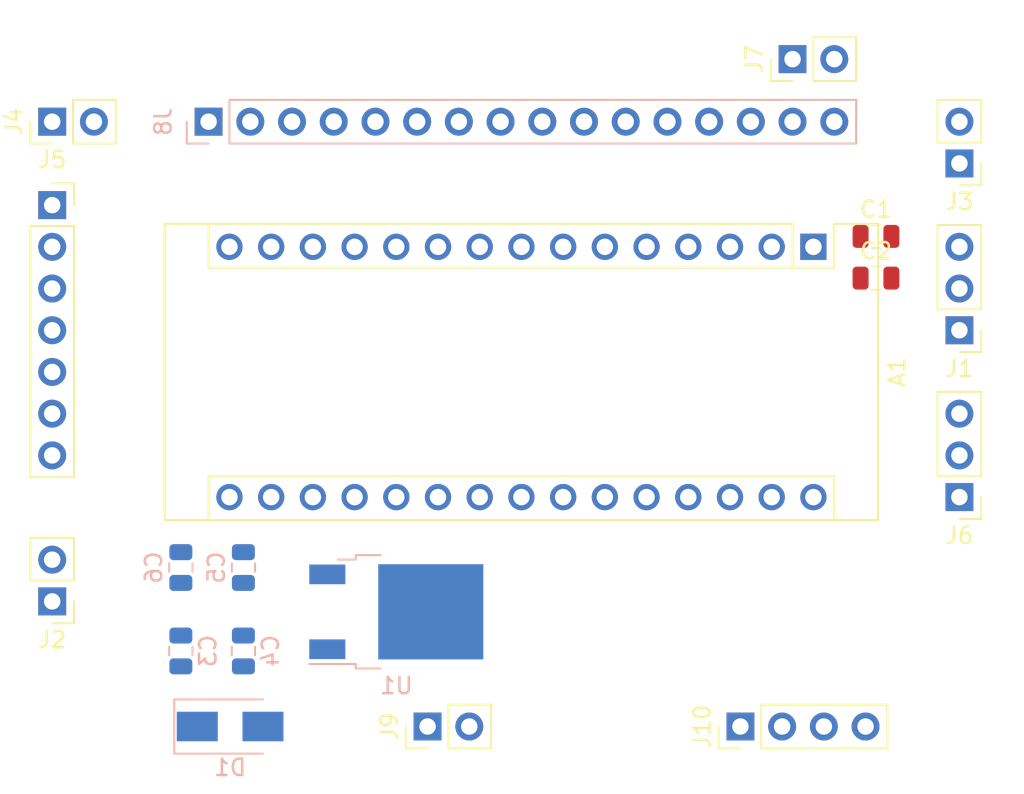
<source format=kicad_pcb>
(kicad_pcb (version 20171130) (host pcbnew "(5.1.6)-1")

  (general
    (thickness 1.6)
    (drawings 0)
    (tracks 0)
    (zones 0)
    (modules 19)
    (nets 40)
  )

  (page A4)
  (layers
    (0 F.Cu signal)
    (31 B.Cu signal)
    (32 B.Adhes user hide)
    (33 F.Adhes user hide)
    (34 B.Paste user hide)
    (35 F.Paste user hide)
    (36 B.SilkS user)
    (37 F.SilkS user)
    (38 B.Mask user hide)
    (39 F.Mask user hide)
    (40 Dwgs.User user hide)
    (41 Cmts.User user hide)
    (42 Eco1.User user hide)
    (43 Eco2.User user hide)
    (44 Edge.Cuts user hide)
    (45 Margin user hide)
    (46 B.CrtYd user hide)
    (47 F.CrtYd user hide)
    (48 B.Fab user)
    (49 F.Fab user)
  )

  (setup
    (last_trace_width 0.25)
    (user_trace_width 0.8)
    (user_trace_width 1)
    (trace_clearance 0.2)
    (zone_clearance 0.254)
    (zone_45_only no)
    (trace_min 0.2)
    (via_size 0.8)
    (via_drill 0.4)
    (via_min_size 0.4)
    (via_min_drill 0.3)
    (uvia_size 0.3)
    (uvia_drill 0.1)
    (uvias_allowed no)
    (uvia_min_size 0.2)
    (uvia_min_drill 0.1)
    (edge_width 0.05)
    (segment_width 0.2)
    (pcb_text_width 0.3)
    (pcb_text_size 1.5 1.5)
    (mod_edge_width 0.12)
    (mod_text_size 1 1)
    (mod_text_width 0.15)
    (pad_size 1.524 1.524)
    (pad_drill 0.762)
    (pad_to_mask_clearance 0.05)
    (aux_axis_origin 0 0)
    (visible_elements 7FFFFFFF)
    (pcbplotparams
      (layerselection 0x010fc_ffffffff)
      (usegerberextensions false)
      (usegerberattributes true)
      (usegerberadvancedattributes true)
      (creategerberjobfile true)
      (excludeedgelayer true)
      (linewidth 0.100000)
      (plotframeref false)
      (viasonmask false)
      (mode 1)
      (useauxorigin false)
      (hpglpennumber 1)
      (hpglpenspeed 20)
      (hpglpendiameter 15.000000)
      (psnegative false)
      (psa4output false)
      (plotreference true)
      (plotvalue true)
      (plotinvisibletext false)
      (padsonsilk false)
      (subtractmaskfromsilk false)
      (outputformat 1)
      (mirror false)
      (drillshape 1)
      (scaleselection 1)
      (outputdirectory ""))
  )

  (net 0 "")
  (net 1 "Net-(A1-Pad16)")
  (net 2 D7)
  (net 3 "Net-(A1-Pad30)")
  (net 4 D6)
  (net 5 K)
  (net 6 D5)
  (net 7 "Net-(A1-Pad28)")
  (net 8 D4)
  (net 9 RS)
  (net 10 "Net-(A1-Pad26)")
  (net 11 "Net-(A1-Pad25)")
  (net 12 Résolution)
  (net 13 SCL)
  (net 14 CLK0)
  (net 15 SDA)
  (net 16 RotaryB)
  (net 17 Bande)
  (net 18 RotaryA)
  (net 19 "Net-(A1-Pad21)")
  (net 20 "Net-(A1-Pad20)")
  (net 21 "Net-(A1-Pad19)")
  (net 22 RST)
  (net 23 "Net-(A1-Pad18)")
  (net 24 "Net-(A1-Pad17)")
  (net 25 "Net-(A1-Pad1)")
  (net 26 V0)
  (net 27 A)
  (net 28 "Net-(J8-Pad10)")
  (net 29 "Net-(J8-Pad9)")
  (net 30 "Net-(J8-Pad8)")
  (net 31 "Net-(J8-Pad7)")
  (net 32 +5V)
  (net 33 PPS)
  (net 34 GPS_RX)
  (net 35 E)
  (net 36 +12V)
  (net 37 "Net-(J5-Pad6)")
  (net 38 "Net-(J5-Pad5)")
  (net 39 "Net-(C3-Pad1)")

  (net_class Default "This is the default net class."
    (clearance 0.2)
    (trace_width 0.25)
    (via_dia 0.8)
    (via_drill 0.4)
    (uvia_dia 0.3)
    (uvia_drill 0.1)
    (add_net +12V)
    (add_net +5V)
    (add_net A)
    (add_net Bande)
    (add_net CLK0)
    (add_net D4)
    (add_net D5)
    (add_net D6)
    (add_net D7)
    (add_net E)
    (add_net GPS_RX)
    (add_net K)
    (add_net "Net-(A1-Pad1)")
    (add_net "Net-(A1-Pad16)")
    (add_net "Net-(A1-Pad17)")
    (add_net "Net-(A1-Pad18)")
    (add_net "Net-(A1-Pad19)")
    (add_net "Net-(A1-Pad20)")
    (add_net "Net-(A1-Pad21)")
    (add_net "Net-(A1-Pad25)")
    (add_net "Net-(A1-Pad26)")
    (add_net "Net-(A1-Pad28)")
    (add_net "Net-(A1-Pad30)")
    (add_net "Net-(C3-Pad1)")
    (add_net "Net-(J5-Pad5)")
    (add_net "Net-(J5-Pad6)")
    (add_net "Net-(J8-Pad10)")
    (add_net "Net-(J8-Pad7)")
    (add_net "Net-(J8-Pad8)")
    (add_net "Net-(J8-Pad9)")
    (add_net PPS)
    (add_net RS)
    (add_net RST)
    (add_net RotaryA)
    (add_net RotaryB)
    (add_net Résolution)
    (add_net SCL)
    (add_net SDA)
    (add_net V0)
  )

  (module Diode_SMD:D_SMA (layer B.Cu) (tedit 586432E5) (tstamp 5F2AF870)
    (at 104.18 67.31)
    (descr "Diode SMA (DO-214AC)")
    (tags "Diode SMA (DO-214AC)")
    (path /5F441BF1)
    (attr smd)
    (fp_text reference D1 (at 0 2.5) (layer B.SilkS)
      (effects (font (size 1 1) (thickness 0.15)) (justify mirror))
    )
    (fp_text value D_Schottky (at 0 -2.6) (layer B.Fab)
      (effects (font (size 1 1) (thickness 0.15)) (justify mirror))
    )
    (fp_line (start -3.4 1.65) (end -3.4 -1.65) (layer B.SilkS) (width 0.12))
    (fp_line (start 2.3 -1.5) (end -2.3 -1.5) (layer B.Fab) (width 0.1))
    (fp_line (start -2.3 -1.5) (end -2.3 1.5) (layer B.Fab) (width 0.1))
    (fp_line (start 2.3 1.5) (end 2.3 -1.5) (layer B.Fab) (width 0.1))
    (fp_line (start 2.3 1.5) (end -2.3 1.5) (layer B.Fab) (width 0.1))
    (fp_line (start -3.5 1.75) (end 3.5 1.75) (layer B.CrtYd) (width 0.05))
    (fp_line (start 3.5 1.75) (end 3.5 -1.75) (layer B.CrtYd) (width 0.05))
    (fp_line (start 3.5 -1.75) (end -3.5 -1.75) (layer B.CrtYd) (width 0.05))
    (fp_line (start -3.5 -1.75) (end -3.5 1.75) (layer B.CrtYd) (width 0.05))
    (fp_line (start -0.64944 -0.00102) (end -1.55114 -0.00102) (layer B.Fab) (width 0.1))
    (fp_line (start 0.50118 -0.00102) (end 1.4994 -0.00102) (layer B.Fab) (width 0.1))
    (fp_line (start -0.64944 0.79908) (end -0.64944 -0.80112) (layer B.Fab) (width 0.1))
    (fp_line (start 0.50118 -0.75032) (end 0.50118 0.79908) (layer B.Fab) (width 0.1))
    (fp_line (start -0.64944 -0.00102) (end 0.50118 -0.75032) (layer B.Fab) (width 0.1))
    (fp_line (start -0.64944 -0.00102) (end 0.50118 0.79908) (layer B.Fab) (width 0.1))
    (fp_line (start -3.4 -1.65) (end 2 -1.65) (layer B.SilkS) (width 0.12))
    (fp_line (start -3.4 1.65) (end 2 1.65) (layer B.SilkS) (width 0.12))
    (fp_text user %R (at 0 2.5) (layer B.Fab)
      (effects (font (size 1 1) (thickness 0.15)) (justify mirror))
    )
    (pad 2 smd rect (at 2 0) (size 2.5 1.8) (layers B.Cu B.Paste B.Mask)
      (net 36 +12V))
    (pad 1 smd rect (at -2 0) (size 2.5 1.8) (layers B.Cu B.Paste B.Mask)
      (net 39 "Net-(C3-Pad1)"))
    (model ${KISYS3DMOD}/Diode_SMD.3dshapes/D_SMA.wrl
      (at (xyz 0 0 0))
      (scale (xyz 1 1 1))
      (rotate (xyz 0 0 0))
    )
  )

  (module Package_TO_SOT_SMD:TO-252-2 (layer B.Cu) (tedit 5A70A390) (tstamp 5F2AFA66)
    (at 114.3 60.325)
    (descr "TO-252 / DPAK SMD package, http://www.infineon.com/cms/en/product/packages/PG-TO252/PG-TO252-3-1/")
    (tags "DPAK TO-252 DPAK-3 TO-252-3 SOT-428")
    (path /5F44051C)
    (attr smd)
    (fp_text reference U1 (at 0 4.5 180) (layer B.SilkS)
      (effects (font (size 1 1) (thickness 0.15)) (justify mirror))
    )
    (fp_text value L7805 (at 0 -4.5 180) (layer B.Fab)
      (effects (font (size 1 1) (thickness 0.15)) (justify mirror))
    )
    (fp_line (start 5.55 3.5) (end -5.55 3.5) (layer B.CrtYd) (width 0.05))
    (fp_line (start 5.55 -3.5) (end 5.55 3.5) (layer B.CrtYd) (width 0.05))
    (fp_line (start -5.55 -3.5) (end 5.55 -3.5) (layer B.CrtYd) (width 0.05))
    (fp_line (start -5.55 3.5) (end -5.55 -3.5) (layer B.CrtYd) (width 0.05))
    (fp_line (start -2.47 -3.18) (end -3.57 -3.18) (layer B.SilkS) (width 0.12))
    (fp_line (start -2.47 -3.45) (end -2.47 -3.18) (layer B.SilkS) (width 0.12))
    (fp_line (start -0.97 -3.45) (end -2.47 -3.45) (layer B.SilkS) (width 0.12))
    (fp_line (start -2.47 3.18) (end -5.3 3.18) (layer B.SilkS) (width 0.12))
    (fp_line (start -2.47 3.45) (end -2.47 3.18) (layer B.SilkS) (width 0.12))
    (fp_line (start -0.97 3.45) (end -2.47 3.45) (layer B.SilkS) (width 0.12))
    (fp_line (start -4.97 -2.655) (end -2.27 -2.655) (layer B.Fab) (width 0.1))
    (fp_line (start -4.97 -1.905) (end -4.97 -2.655) (layer B.Fab) (width 0.1))
    (fp_line (start -2.27 -1.905) (end -4.97 -1.905) (layer B.Fab) (width 0.1))
    (fp_line (start -4.97 1.905) (end -2.27 1.905) (layer B.Fab) (width 0.1))
    (fp_line (start -4.97 2.655) (end -4.97 1.905) (layer B.Fab) (width 0.1))
    (fp_line (start -1.865 2.655) (end -4.97 2.655) (layer B.Fab) (width 0.1))
    (fp_line (start -1.27 3.25) (end 3.95 3.25) (layer B.Fab) (width 0.1))
    (fp_line (start -2.27 2.25) (end -1.27 3.25) (layer B.Fab) (width 0.1))
    (fp_line (start -2.27 -3.25) (end -2.27 2.25) (layer B.Fab) (width 0.1))
    (fp_line (start 3.95 -3.25) (end -2.27 -3.25) (layer B.Fab) (width 0.1))
    (fp_line (start 3.95 3.25) (end 3.95 -3.25) (layer B.Fab) (width 0.1))
    (fp_line (start 4.95 -2.7) (end 3.95 -2.7) (layer B.Fab) (width 0.1))
    (fp_line (start 4.95 2.7) (end 4.95 -2.7) (layer B.Fab) (width 0.1))
    (fp_line (start 3.95 2.7) (end 4.95 2.7) (layer B.Fab) (width 0.1))
    (fp_text user %R (at 0 0 180) (layer B.Fab)
      (effects (font (size 1 1) (thickness 0.15)) (justify mirror))
    )
    (pad "" smd rect (at 0.425 -1.525) (size 3.05 2.75) (layers B.Paste))
    (pad "" smd rect (at 3.775 1.525) (size 3.05 2.75) (layers B.Paste))
    (pad "" smd rect (at 0.425 1.525) (size 3.05 2.75) (layers B.Paste))
    (pad "" smd rect (at 3.775 -1.525) (size 3.05 2.75) (layers B.Paste))
    (pad 2 smd rect (at 2.1 0) (size 6.4 5.8) (layers B.Cu B.Mask)
      (net 5 K))
    (pad 3 smd rect (at -4.2 -2.28) (size 2.2 1.2) (layers B.Cu B.Paste B.Mask)
      (net 32 +5V))
    (pad 1 smd rect (at -4.2 2.28) (size 2.2 1.2) (layers B.Cu B.Paste B.Mask)
      (net 39 "Net-(C3-Pad1)"))
    (model ${KISYS3DMOD}/Package_TO_SOT_SMD.3dshapes/TO-252-2.wrl
      (at (xyz 0 0 0))
      (scale (xyz 1 1 1))
      (rotate (xyz 0 0 0))
    )
  )

  (module Module:Arduino_Nano (layer F.Cu) (tedit 58ACAF70) (tstamp 5F2AF798)
    (at 139.7 38.1 270)
    (descr "Arduino Nano, http://www.mouser.com/pdfdocs/Gravitech_Arduino_Nano3_0.pdf")
    (tags "Arduino Nano")
    (path /5F40DF5B)
    (fp_text reference A1 (at 7.62 -5.08 90) (layer F.SilkS)
      (effects (font (size 1 1) (thickness 0.15)))
    )
    (fp_text value Arduino_Nano_v3.x (at 8.89 19.05) (layer F.Fab)
      (effects (font (size 1 1) (thickness 0.15)))
    )
    (fp_line (start 16.75 42.16) (end -1.53 42.16) (layer F.CrtYd) (width 0.05))
    (fp_line (start 16.75 42.16) (end 16.75 -4.06) (layer F.CrtYd) (width 0.05))
    (fp_line (start -1.53 -4.06) (end -1.53 42.16) (layer F.CrtYd) (width 0.05))
    (fp_line (start -1.53 -4.06) (end 16.75 -4.06) (layer F.CrtYd) (width 0.05))
    (fp_line (start 16.51 -3.81) (end 16.51 39.37) (layer F.Fab) (width 0.1))
    (fp_line (start 0 -3.81) (end 16.51 -3.81) (layer F.Fab) (width 0.1))
    (fp_line (start -1.27 -2.54) (end 0 -3.81) (layer F.Fab) (width 0.1))
    (fp_line (start -1.27 39.37) (end -1.27 -2.54) (layer F.Fab) (width 0.1))
    (fp_line (start 16.51 39.37) (end -1.27 39.37) (layer F.Fab) (width 0.1))
    (fp_line (start 16.64 -3.94) (end -1.4 -3.94) (layer F.SilkS) (width 0.12))
    (fp_line (start 16.64 39.5) (end 16.64 -3.94) (layer F.SilkS) (width 0.12))
    (fp_line (start -1.4 39.5) (end 16.64 39.5) (layer F.SilkS) (width 0.12))
    (fp_line (start 3.81 41.91) (end 3.81 31.75) (layer F.Fab) (width 0.1))
    (fp_line (start 11.43 41.91) (end 3.81 41.91) (layer F.Fab) (width 0.1))
    (fp_line (start 11.43 31.75) (end 11.43 41.91) (layer F.Fab) (width 0.1))
    (fp_line (start 3.81 31.75) (end 11.43 31.75) (layer F.Fab) (width 0.1))
    (fp_line (start 1.27 36.83) (end -1.4 36.83) (layer F.SilkS) (width 0.12))
    (fp_line (start 1.27 1.27) (end 1.27 36.83) (layer F.SilkS) (width 0.12))
    (fp_line (start 1.27 1.27) (end -1.4 1.27) (layer F.SilkS) (width 0.12))
    (fp_line (start 13.97 36.83) (end 16.64 36.83) (layer F.SilkS) (width 0.12))
    (fp_line (start 13.97 -1.27) (end 13.97 36.83) (layer F.SilkS) (width 0.12))
    (fp_line (start 13.97 -1.27) (end 16.64 -1.27) (layer F.SilkS) (width 0.12))
    (fp_line (start -1.4 -3.94) (end -1.4 -1.27) (layer F.SilkS) (width 0.12))
    (fp_line (start -1.4 1.27) (end -1.4 39.5) (layer F.SilkS) (width 0.12))
    (fp_line (start 1.27 -1.27) (end -1.4 -1.27) (layer F.SilkS) (width 0.12))
    (fp_line (start 1.27 1.27) (end 1.27 -1.27) (layer F.SilkS) (width 0.12))
    (fp_text user %R (at 6.35 19.05) (layer F.Fab)
      (effects (font (size 1 1) (thickness 0.15)))
    )
    (pad 16 thru_hole oval (at 15.24 35.56 270) (size 1.6 1.6) (drill 1) (layers *.Cu *.Mask)
      (net 1 "Net-(A1-Pad16)"))
    (pad 15 thru_hole oval (at 0 35.56 270) (size 1.6 1.6) (drill 1) (layers *.Cu *.Mask)
      (net 8 D4))
    (pad 30 thru_hole oval (at 15.24 0 270) (size 1.6 1.6) (drill 1) (layers *.Cu *.Mask)
      (net 3 "Net-(A1-Pad30)"))
    (pad 14 thru_hole oval (at 0 33.02 270) (size 1.6 1.6) (drill 1) (layers *.Cu *.Mask)
      (net 6 D5))
    (pad 29 thru_hole oval (at 15.24 2.54 270) (size 1.6 1.6) (drill 1) (layers *.Cu *.Mask)
      (net 5 K))
    (pad 13 thru_hole oval (at 0 30.48 270) (size 1.6 1.6) (drill 1) (layers *.Cu *.Mask)
      (net 4 D6))
    (pad 28 thru_hole oval (at 15.24 5.08 270) (size 1.6 1.6) (drill 1) (layers *.Cu *.Mask)
      (net 7 "Net-(A1-Pad28)"))
    (pad 12 thru_hole oval (at 0 27.94 270) (size 1.6 1.6) (drill 1) (layers *.Cu *.Mask)
      (net 2 D7))
    (pad 27 thru_hole oval (at 15.24 7.62 270) (size 1.6 1.6) (drill 1) (layers *.Cu *.Mask)
      (net 32 +5V))
    (pad 11 thru_hole oval (at 0 25.4 270) (size 1.6 1.6) (drill 1) (layers *.Cu *.Mask)
      (net 9 RS))
    (pad 26 thru_hole oval (at 15.24 10.16 270) (size 1.6 1.6) (drill 1) (layers *.Cu *.Mask)
      (net 10 "Net-(A1-Pad26)"))
    (pad 10 thru_hole oval (at 0 22.86 270) (size 1.6 1.6) (drill 1) (layers *.Cu *.Mask)
      (net 35 E))
    (pad 25 thru_hole oval (at 15.24 12.7 270) (size 1.6 1.6) (drill 1) (layers *.Cu *.Mask)
      (net 11 "Net-(A1-Pad25)"))
    (pad 9 thru_hole oval (at 0 20.32 270) (size 1.6 1.6) (drill 1) (layers *.Cu *.Mask)
      (net 12 Résolution))
    (pad 24 thru_hole oval (at 15.24 15.24 270) (size 1.6 1.6) (drill 1) (layers *.Cu *.Mask)
      (net 13 SCL))
    (pad 8 thru_hole oval (at 0 17.78 270) (size 1.6 1.6) (drill 1) (layers *.Cu *.Mask)
      (net 14 CLK0))
    (pad 23 thru_hole oval (at 15.24 17.78 270) (size 1.6 1.6) (drill 1) (layers *.Cu *.Mask)
      (net 15 SDA))
    (pad 7 thru_hole oval (at 0 15.24 270) (size 1.6 1.6) (drill 1) (layers *.Cu *.Mask)
      (net 16 RotaryB))
    (pad 22 thru_hole oval (at 15.24 20.32 270) (size 1.6 1.6) (drill 1) (layers *.Cu *.Mask)
      (net 17 Bande))
    (pad 6 thru_hole oval (at 0 12.7 270) (size 1.6 1.6) (drill 1) (layers *.Cu *.Mask)
      (net 18 RotaryA))
    (pad 21 thru_hole oval (at 15.24 22.86 270) (size 1.6 1.6) (drill 1) (layers *.Cu *.Mask)
      (net 19 "Net-(A1-Pad21)"))
    (pad 5 thru_hole oval (at 0 10.16 270) (size 1.6 1.6) (drill 1) (layers *.Cu *.Mask)
      (net 33 PPS))
    (pad 20 thru_hole oval (at 15.24 25.4 270) (size 1.6 1.6) (drill 1) (layers *.Cu *.Mask)
      (net 20 "Net-(A1-Pad20)"))
    (pad 4 thru_hole oval (at 0 7.62 270) (size 1.6 1.6) (drill 1) (layers *.Cu *.Mask)
      (net 5 K))
    (pad 19 thru_hole oval (at 15.24 27.94 270) (size 1.6 1.6) (drill 1) (layers *.Cu *.Mask)
      (net 21 "Net-(A1-Pad19)"))
    (pad 3 thru_hole oval (at 0 5.08 270) (size 1.6 1.6) (drill 1) (layers *.Cu *.Mask)
      (net 22 RST))
    (pad 18 thru_hole oval (at 15.24 30.48 270) (size 1.6 1.6) (drill 1) (layers *.Cu *.Mask)
      (net 23 "Net-(A1-Pad18)"))
    (pad 2 thru_hole oval (at 0 2.54 270) (size 1.6 1.6) (drill 1) (layers *.Cu *.Mask)
      (net 34 GPS_RX))
    (pad 17 thru_hole oval (at 15.24 33.02 270) (size 1.6 1.6) (drill 1) (layers *.Cu *.Mask)
      (net 24 "Net-(A1-Pad17)"))
    (pad 1 thru_hole rect (at 0 0 270) (size 1.6 1.6) (drill 1) (layers *.Cu *.Mask)
      (net 25 "Net-(A1-Pad1)"))
    (model ${KISYS3DMOD}/Module.3dshapes/Arduino_Nano_WithMountingHoles.wrl
      (at (xyz 0 0 0))
      (scale (xyz 1 1 1))
      (rotate (xyz 0 0 0))
    )
  )

  (module Connector_PinHeader_2.54mm:PinHeader_1x04_P2.54mm_Vertical (layer F.Cu) (tedit 59FED5CC) (tstamp 5F28437C)
    (at 135.255 67.31 90)
    (descr "Through hole straight pin header, 1x04, 2.54mm pitch, single row")
    (tags "Through hole pin header THT 1x04 2.54mm single row")
    (path /5F284423)
    (fp_text reference J10 (at 0 -2.33 90) (layer F.SilkS)
      (effects (font (size 1 1) (thickness 0.15)))
    )
    (fp_text value GPS (at 0 9.95 90) (layer F.Fab)
      (effects (font (size 1 1) (thickness 0.15)))
    )
    (fp_line (start 1.8 -1.8) (end -1.8 -1.8) (layer F.CrtYd) (width 0.05))
    (fp_line (start 1.8 9.4) (end 1.8 -1.8) (layer F.CrtYd) (width 0.05))
    (fp_line (start -1.8 9.4) (end 1.8 9.4) (layer F.CrtYd) (width 0.05))
    (fp_line (start -1.8 -1.8) (end -1.8 9.4) (layer F.CrtYd) (width 0.05))
    (fp_line (start -1.33 -1.33) (end 0 -1.33) (layer F.SilkS) (width 0.12))
    (fp_line (start -1.33 0) (end -1.33 -1.33) (layer F.SilkS) (width 0.12))
    (fp_line (start -1.33 1.27) (end 1.33 1.27) (layer F.SilkS) (width 0.12))
    (fp_line (start 1.33 1.27) (end 1.33 8.95) (layer F.SilkS) (width 0.12))
    (fp_line (start -1.33 1.27) (end -1.33 8.95) (layer F.SilkS) (width 0.12))
    (fp_line (start -1.33 8.95) (end 1.33 8.95) (layer F.SilkS) (width 0.12))
    (fp_line (start -1.27 -0.635) (end -0.635 -1.27) (layer F.Fab) (width 0.1))
    (fp_line (start -1.27 8.89) (end -1.27 -0.635) (layer F.Fab) (width 0.1))
    (fp_line (start 1.27 8.89) (end -1.27 8.89) (layer F.Fab) (width 0.1))
    (fp_line (start 1.27 -1.27) (end 1.27 8.89) (layer F.Fab) (width 0.1))
    (fp_line (start -0.635 -1.27) (end 1.27 -1.27) (layer F.Fab) (width 0.1))
    (fp_text user %R (at 0 3.81) (layer F.Fab)
      (effects (font (size 1 1) (thickness 0.15)))
    )
    (pad 4 thru_hole oval (at 0 7.62 90) (size 1.7 1.7) (drill 1) (layers *.Cu *.Mask)
      (net 32 +5V))
    (pad 3 thru_hole oval (at 0 5.08 90) (size 1.7 1.7) (drill 1) (layers *.Cu *.Mask)
      (net 34 GPS_RX))
    (pad 2 thru_hole oval (at 0 2.54 90) (size 1.7 1.7) (drill 1) (layers *.Cu *.Mask)
      (net 33 PPS))
    (pad 1 thru_hole rect (at 0 0 90) (size 1.7 1.7) (drill 1) (layers *.Cu *.Mask)
      (net 5 K))
    (model ${KISYS3DMOD}/Connector_PinHeader_2.54mm.3dshapes/PinHeader_1x04_P2.54mm_Vertical.wrl
      (at (xyz 0 0 0))
      (scale (xyz 1 1 1))
      (rotate (xyz 0 0 0))
    )
  )

  (module Capacitor_SMD:C_0805_2012Metric (layer B.Cu) (tedit 5B36C52B) (tstamp 5F2841C0)
    (at 101.18 57.63 270)
    (descr "Capacitor SMD 0805 (2012 Metric), square (rectangular) end terminal, IPC_7351 nominal, (Body size source: https://docs.google.com/spreadsheets/d/1BsfQQcO9C6DZCsRaXUlFlo91Tg2WpOkGARC1WS5S8t0/edit?usp=sharing), generated with kicad-footprint-generator")
    (tags capacitor)
    (path /5F2B36A3)
    (attr smd)
    (fp_text reference C6 (at 0 1.65 270) (layer B.SilkS)
      (effects (font (size 1 1) (thickness 0.15)) (justify mirror))
    )
    (fp_text value 4.7µF (at 0 -1.65 270) (layer B.Fab)
      (effects (font (size 1 1) (thickness 0.15)) (justify mirror))
    )
    (fp_line (start 1.68 -0.95) (end -1.68 -0.95) (layer B.CrtYd) (width 0.05))
    (fp_line (start 1.68 0.95) (end 1.68 -0.95) (layer B.CrtYd) (width 0.05))
    (fp_line (start -1.68 0.95) (end 1.68 0.95) (layer B.CrtYd) (width 0.05))
    (fp_line (start -1.68 -0.95) (end -1.68 0.95) (layer B.CrtYd) (width 0.05))
    (fp_line (start -0.258578 -0.71) (end 0.258578 -0.71) (layer B.SilkS) (width 0.12))
    (fp_line (start -0.258578 0.71) (end 0.258578 0.71) (layer B.SilkS) (width 0.12))
    (fp_line (start 1 -0.6) (end -1 -0.6) (layer B.Fab) (width 0.1))
    (fp_line (start 1 0.6) (end 1 -0.6) (layer B.Fab) (width 0.1))
    (fp_line (start -1 0.6) (end 1 0.6) (layer B.Fab) (width 0.1))
    (fp_line (start -1 -0.6) (end -1 0.6) (layer B.Fab) (width 0.1))
    (fp_text user %R (at 0 0 270) (layer B.Fab)
      (effects (font (size 0.5 0.5) (thickness 0.08)) (justify mirror))
    )
    (pad 2 smd roundrect (at 0.9375 0 270) (size 0.975 1.4) (layers B.Cu B.Paste B.Mask) (roundrect_rratio 0.25)
      (net 5 K))
    (pad 1 smd roundrect (at -0.9375 0 270) (size 0.975 1.4) (layers B.Cu B.Paste B.Mask) (roundrect_rratio 0.25)
      (net 32 +5V))
    (model ${KISYS3DMOD}/Capacitor_SMD.3dshapes/C_0805_2012Metric.wrl
      (at (xyz 0 0 0))
      (scale (xyz 1 1 1))
      (rotate (xyz 0 0 0))
    )
  )

  (module Capacitor_SMD:C_0805_2012Metric (layer B.Cu) (tedit 5B36C52B) (tstamp 5F26E134)
    (at 104.99 57.63 270)
    (descr "Capacitor SMD 0805 (2012 Metric), square (rectangular) end terminal, IPC_7351 nominal, (Body size source: https://docs.google.com/spreadsheets/d/1BsfQQcO9C6DZCsRaXUlFlo91Tg2WpOkGARC1WS5S8t0/edit?usp=sharing), generated with kicad-footprint-generator")
    (tags capacitor)
    (path /5F25CC0E)
    (attr smd)
    (fp_text reference C5 (at 0 1.65 270) (layer B.SilkS)
      (effects (font (size 1 1) (thickness 0.15)) (justify mirror))
    )
    (fp_text value 0.1µF (at 0 -1.65 270) (layer B.Fab)
      (effects (font (size 1 1) (thickness 0.15)) (justify mirror))
    )
    (fp_line (start 1.68 -0.95) (end -1.68 -0.95) (layer B.CrtYd) (width 0.05))
    (fp_line (start 1.68 0.95) (end 1.68 -0.95) (layer B.CrtYd) (width 0.05))
    (fp_line (start -1.68 0.95) (end 1.68 0.95) (layer B.CrtYd) (width 0.05))
    (fp_line (start -1.68 -0.95) (end -1.68 0.95) (layer B.CrtYd) (width 0.05))
    (fp_line (start -0.258578 -0.71) (end 0.258578 -0.71) (layer B.SilkS) (width 0.12))
    (fp_line (start -0.258578 0.71) (end 0.258578 0.71) (layer B.SilkS) (width 0.12))
    (fp_line (start 1 -0.6) (end -1 -0.6) (layer B.Fab) (width 0.1))
    (fp_line (start 1 0.6) (end 1 -0.6) (layer B.Fab) (width 0.1))
    (fp_line (start -1 0.6) (end 1 0.6) (layer B.Fab) (width 0.1))
    (fp_line (start -1 -0.6) (end -1 0.6) (layer B.Fab) (width 0.1))
    (fp_text user %R (at 0 0 270) (layer B.Fab)
      (effects (font (size 0.5 0.5) (thickness 0.08)) (justify mirror))
    )
    (pad 2 smd roundrect (at 0.9375 0 270) (size 0.975 1.4) (layers B.Cu B.Paste B.Mask) (roundrect_rratio 0.25)
      (net 5 K))
    (pad 1 smd roundrect (at -0.9375 0 270) (size 0.975 1.4) (layers B.Cu B.Paste B.Mask) (roundrect_rratio 0.25)
      (net 32 +5V))
    (model ${KISYS3DMOD}/Capacitor_SMD.3dshapes/C_0805_2012Metric.wrl
      (at (xyz 0 0 0))
      (scale (xyz 1 1 1))
      (rotate (xyz 0 0 0))
    )
  )

  (module Capacitor_SMD:C_0805_2012Metric (layer B.Cu) (tedit 5B36C52B) (tstamp 5F26E10D)
    (at 104.99 62.71 90)
    (descr "Capacitor SMD 0805 (2012 Metric), square (rectangular) end terminal, IPC_7351 nominal, (Body size source: https://docs.google.com/spreadsheets/d/1BsfQQcO9C6DZCsRaXUlFlo91Tg2WpOkGARC1WS5S8t0/edit?usp=sharing), generated with kicad-footprint-generator")
    (tags capacitor)
    (path /5F25D57F)
    (attr smd)
    (fp_text reference C4 (at 0 1.65 270) (layer B.SilkS)
      (effects (font (size 1 1) (thickness 0.15)) (justify mirror))
    )
    (fp_text value 0.1µF (at 0 -1.65 270) (layer B.Fab)
      (effects (font (size 1 1) (thickness 0.15)) (justify mirror))
    )
    (fp_line (start 1.68 -0.95) (end -1.68 -0.95) (layer B.CrtYd) (width 0.05))
    (fp_line (start 1.68 0.95) (end 1.68 -0.95) (layer B.CrtYd) (width 0.05))
    (fp_line (start -1.68 0.95) (end 1.68 0.95) (layer B.CrtYd) (width 0.05))
    (fp_line (start -1.68 -0.95) (end -1.68 0.95) (layer B.CrtYd) (width 0.05))
    (fp_line (start -0.258578 -0.71) (end 0.258578 -0.71) (layer B.SilkS) (width 0.12))
    (fp_line (start -0.258578 0.71) (end 0.258578 0.71) (layer B.SilkS) (width 0.12))
    (fp_line (start 1 -0.6) (end -1 -0.6) (layer B.Fab) (width 0.1))
    (fp_line (start 1 0.6) (end 1 -0.6) (layer B.Fab) (width 0.1))
    (fp_line (start -1 0.6) (end 1 0.6) (layer B.Fab) (width 0.1))
    (fp_line (start -1 -0.6) (end -1 0.6) (layer B.Fab) (width 0.1))
    (fp_text user %R (at 0 0 270) (layer B.Fab)
      (effects (font (size 0.5 0.5) (thickness 0.08)) (justify mirror))
    )
    (pad 2 smd roundrect (at 0.9375 0 90) (size 0.975 1.4) (layers B.Cu B.Paste B.Mask) (roundrect_rratio 0.25)
      (net 5 K))
    (pad 1 smd roundrect (at -0.9375 0 90) (size 0.975 1.4) (layers B.Cu B.Paste B.Mask) (roundrect_rratio 0.25)
      (net 39 "Net-(C3-Pad1)"))
    (model ${KISYS3DMOD}/Capacitor_SMD.3dshapes/C_0805_2012Metric.wrl
      (at (xyz 0 0 0))
      (scale (xyz 1 1 1))
      (rotate (xyz 0 0 0))
    )
  )

  (module Capacitor_SMD:C_0805_2012Metric (layer B.Cu) (tedit 5B36C52B) (tstamp 5F28418F)
    (at 101.18 62.71 90)
    (descr "Capacitor SMD 0805 (2012 Metric), square (rectangular) end terminal, IPC_7351 nominal, (Body size source: https://docs.google.com/spreadsheets/d/1BsfQQcO9C6DZCsRaXUlFlo91Tg2WpOkGARC1WS5S8t0/edit?usp=sharing), generated with kicad-footprint-generator")
    (tags capacitor)
    (path /5F2B32D0)
    (attr smd)
    (fp_text reference C3 (at 0 1.65 270) (layer B.SilkS)
      (effects (font (size 1 1) (thickness 0.15)) (justify mirror))
    )
    (fp_text value 4.7µF (at 0 -1.65 270) (layer B.Fab)
      (effects (font (size 1 1) (thickness 0.15)) (justify mirror))
    )
    (fp_line (start 1.68 -0.95) (end -1.68 -0.95) (layer B.CrtYd) (width 0.05))
    (fp_line (start 1.68 0.95) (end 1.68 -0.95) (layer B.CrtYd) (width 0.05))
    (fp_line (start -1.68 0.95) (end 1.68 0.95) (layer B.CrtYd) (width 0.05))
    (fp_line (start -1.68 -0.95) (end -1.68 0.95) (layer B.CrtYd) (width 0.05))
    (fp_line (start -0.258578 -0.71) (end 0.258578 -0.71) (layer B.SilkS) (width 0.12))
    (fp_line (start -0.258578 0.71) (end 0.258578 0.71) (layer B.SilkS) (width 0.12))
    (fp_line (start 1 -0.6) (end -1 -0.6) (layer B.Fab) (width 0.1))
    (fp_line (start 1 0.6) (end 1 -0.6) (layer B.Fab) (width 0.1))
    (fp_line (start -1 0.6) (end 1 0.6) (layer B.Fab) (width 0.1))
    (fp_line (start -1 -0.6) (end -1 0.6) (layer B.Fab) (width 0.1))
    (fp_text user %R (at 0 0 270) (layer B.Fab)
      (effects (font (size 0.5 0.5) (thickness 0.08)) (justify mirror))
    )
    (pad 2 smd roundrect (at 0.9375 0 90) (size 0.975 1.4) (layers B.Cu B.Paste B.Mask) (roundrect_rratio 0.25)
      (net 5 K))
    (pad 1 smd roundrect (at -0.9375 0 90) (size 0.975 1.4) (layers B.Cu B.Paste B.Mask) (roundrect_rratio 0.25)
      (net 39 "Net-(C3-Pad1)"))
    (model ${KISYS3DMOD}/Capacitor_SMD.3dshapes/C_0805_2012Metric.wrl
      (at (xyz 0 0 0))
      (scale (xyz 1 1 1))
      (rotate (xyz 0 0 0))
    )
  )

  (module Capacitor_SMD:C_0805_2012Metric (layer F.Cu) (tedit 5B36C52B) (tstamp 5F26E0BF)
    (at 143.51 40.005)
    (descr "Capacitor SMD 0805 (2012 Metric), square (rectangular) end terminal, IPC_7351 nominal, (Body size source: https://docs.google.com/spreadsheets/d/1BsfQQcO9C6DZCsRaXUlFlo91Tg2WpOkGARC1WS5S8t0/edit?usp=sharing), generated with kicad-footprint-generator")
    (tags capacitor)
    (path /5F25A97D)
    (attr smd)
    (fp_text reference C2 (at 0 -1.65) (layer F.SilkS)
      (effects (font (size 1 1) (thickness 0.15)))
    )
    (fp_text value 0.1µF (at 0 1.65) (layer F.Fab)
      (effects (font (size 1 1) (thickness 0.15)))
    )
    (fp_line (start 1.68 0.95) (end -1.68 0.95) (layer F.CrtYd) (width 0.05))
    (fp_line (start 1.68 -0.95) (end 1.68 0.95) (layer F.CrtYd) (width 0.05))
    (fp_line (start -1.68 -0.95) (end 1.68 -0.95) (layer F.CrtYd) (width 0.05))
    (fp_line (start -1.68 0.95) (end -1.68 -0.95) (layer F.CrtYd) (width 0.05))
    (fp_line (start -0.258578 0.71) (end 0.258578 0.71) (layer F.SilkS) (width 0.12))
    (fp_line (start -0.258578 -0.71) (end 0.258578 -0.71) (layer F.SilkS) (width 0.12))
    (fp_line (start 1 0.6) (end -1 0.6) (layer F.Fab) (width 0.1))
    (fp_line (start 1 -0.6) (end 1 0.6) (layer F.Fab) (width 0.1))
    (fp_line (start -1 -0.6) (end 1 -0.6) (layer F.Fab) (width 0.1))
    (fp_line (start -1 0.6) (end -1 -0.6) (layer F.Fab) (width 0.1))
    (fp_text user %R (at 0 0) (layer F.Fab)
      (effects (font (size 0.5 0.5) (thickness 0.08)))
    )
    (pad 2 smd roundrect (at 0.9375 0) (size 0.975 1.4) (layers F.Cu F.Paste F.Mask) (roundrect_rratio 0.25)
      (net 18 RotaryA))
    (pad 1 smd roundrect (at -0.9375 0) (size 0.975 1.4) (layers F.Cu F.Paste F.Mask) (roundrect_rratio 0.25)
      (net 5 K))
    (model ${KISYS3DMOD}/Capacitor_SMD.3dshapes/C_0805_2012Metric.wrl
      (at (xyz 0 0 0))
      (scale (xyz 1 1 1))
      (rotate (xyz 0 0 0))
    )
  )

  (module Capacitor_SMD:C_0805_2012Metric (layer F.Cu) (tedit 5B36C52B) (tstamp 5F26E0A8)
    (at 143.51 37.465)
    (descr "Capacitor SMD 0805 (2012 Metric), square (rectangular) end terminal, IPC_7351 nominal, (Body size source: https://docs.google.com/spreadsheets/d/1BsfQQcO9C6DZCsRaXUlFlo91Tg2WpOkGARC1WS5S8t0/edit?usp=sharing), generated with kicad-footprint-generator")
    (tags capacitor)
    (path /5F259C60)
    (attr smd)
    (fp_text reference C1 (at 0 -1.65) (layer F.SilkS)
      (effects (font (size 1 1) (thickness 0.15)))
    )
    (fp_text value 0.1µF (at 0 1.65) (layer F.Fab)
      (effects (font (size 1 1) (thickness 0.15)))
    )
    (fp_line (start 1.68 0.95) (end -1.68 0.95) (layer F.CrtYd) (width 0.05))
    (fp_line (start 1.68 -0.95) (end 1.68 0.95) (layer F.CrtYd) (width 0.05))
    (fp_line (start -1.68 -0.95) (end 1.68 -0.95) (layer F.CrtYd) (width 0.05))
    (fp_line (start -1.68 0.95) (end -1.68 -0.95) (layer F.CrtYd) (width 0.05))
    (fp_line (start -0.258578 0.71) (end 0.258578 0.71) (layer F.SilkS) (width 0.12))
    (fp_line (start -0.258578 -0.71) (end 0.258578 -0.71) (layer F.SilkS) (width 0.12))
    (fp_line (start 1 0.6) (end -1 0.6) (layer F.Fab) (width 0.1))
    (fp_line (start 1 -0.6) (end 1 0.6) (layer F.Fab) (width 0.1))
    (fp_line (start -1 -0.6) (end 1 -0.6) (layer F.Fab) (width 0.1))
    (fp_line (start -1 0.6) (end -1 -0.6) (layer F.Fab) (width 0.1))
    (fp_text user %R (at 0 0) (layer F.Fab)
      (effects (font (size 0.5 0.5) (thickness 0.08)))
    )
    (pad 2 smd roundrect (at 0.9375 0) (size 0.975 1.4) (layers F.Cu F.Paste F.Mask) (roundrect_rratio 0.25)
      (net 16 RotaryB))
    (pad 1 smd roundrect (at -0.9375 0) (size 0.975 1.4) (layers F.Cu F.Paste F.Mask) (roundrect_rratio 0.25)
      (net 5 K))
    (model ${KISYS3DMOD}/Capacitor_SMD.3dshapes/C_0805_2012Metric.wrl
      (at (xyz 0 0 0))
      (scale (xyz 1 1 1))
      (rotate (xyz 0 0 0))
    )
  )

  (module Connector_PinHeader_2.54mm:PinHeader_1x03_P2.54mm_Vertical (layer F.Cu) (tedit 59FED5CC) (tstamp 5F26E1E6)
    (at 148.59 53.34 180)
    (descr "Through hole straight pin header, 1x03, 2.54mm pitch, single row")
    (tags "Through hole pin header THT 1x03 2.54mm single row")
    (path /5F261CD2)
    (fp_text reference J6 (at 0 -2.33) (layer F.SilkS)
      (effects (font (size 1 1) (thickness 0.15)))
    )
    (fp_text value Contraste (at 0 7.41) (layer F.Fab)
      (effects (font (size 1 1) (thickness 0.15)))
    )
    (fp_line (start -0.635 -1.27) (end 1.27 -1.27) (layer F.Fab) (width 0.1))
    (fp_line (start 1.27 -1.27) (end 1.27 6.35) (layer F.Fab) (width 0.1))
    (fp_line (start 1.27 6.35) (end -1.27 6.35) (layer F.Fab) (width 0.1))
    (fp_line (start -1.27 6.35) (end -1.27 -0.635) (layer F.Fab) (width 0.1))
    (fp_line (start -1.27 -0.635) (end -0.635 -1.27) (layer F.Fab) (width 0.1))
    (fp_line (start -1.33 6.41) (end 1.33 6.41) (layer F.SilkS) (width 0.12))
    (fp_line (start -1.33 1.27) (end -1.33 6.41) (layer F.SilkS) (width 0.12))
    (fp_line (start 1.33 1.27) (end 1.33 6.41) (layer F.SilkS) (width 0.12))
    (fp_line (start -1.33 1.27) (end 1.33 1.27) (layer F.SilkS) (width 0.12))
    (fp_line (start -1.33 0) (end -1.33 -1.33) (layer F.SilkS) (width 0.12))
    (fp_line (start -1.33 -1.33) (end 0 -1.33) (layer F.SilkS) (width 0.12))
    (fp_line (start -1.8 -1.8) (end -1.8 6.85) (layer F.CrtYd) (width 0.05))
    (fp_line (start -1.8 6.85) (end 1.8 6.85) (layer F.CrtYd) (width 0.05))
    (fp_line (start 1.8 6.85) (end 1.8 -1.8) (layer F.CrtYd) (width 0.05))
    (fp_line (start 1.8 -1.8) (end -1.8 -1.8) (layer F.CrtYd) (width 0.05))
    (fp_text user %R (at 0 2.54 90) (layer F.Fab)
      (effects (font (size 1 1) (thickness 0.15)))
    )
    (pad 3 thru_hole oval (at 0 5.08 180) (size 1.7 1.7) (drill 1) (layers *.Cu *.Mask)
      (net 32 +5V))
    (pad 2 thru_hole oval (at 0 2.54 180) (size 1.7 1.7) (drill 1) (layers *.Cu *.Mask)
      (net 26 V0))
    (pad 1 thru_hole rect (at 0 0 180) (size 1.7 1.7) (drill 1) (layers *.Cu *.Mask)
      (net 5 K))
    (model ${KISYS3DMOD}/Connector_PinHeader_2.54mm.3dshapes/PinHeader_1x03_P2.54mm_Vertical.wrl
      (at (xyz 0 0 0))
      (scale (xyz 1 1 1))
      (rotate (xyz 0 0 0))
    )
  )

  (module Connector_PinHeader_2.54mm:PinHeader_1x02_P2.54mm_Vertical (layer F.Cu) (tedit 59FED5CC) (tstamp 5F271E62)
    (at 116.205 67.31 90)
    (descr "Through hole straight pin header, 1x02, 2.54mm pitch, single row")
    (tags "Through hole pin header THT 1x02 2.54mm single row")
    (path /5F27FCC2)
    (fp_text reference J9 (at 0 -2.33 90) (layer F.SilkS)
      (effects (font (size 1 1) (thickness 0.15)))
    )
    (fp_text value "Alim +12V" (at 0 4.87 90) (layer F.Fab)
      (effects (font (size 1 1) (thickness 0.15)))
    )
    (fp_line (start -0.635 -1.27) (end 1.27 -1.27) (layer F.Fab) (width 0.1))
    (fp_line (start 1.27 -1.27) (end 1.27 3.81) (layer F.Fab) (width 0.1))
    (fp_line (start 1.27 3.81) (end -1.27 3.81) (layer F.Fab) (width 0.1))
    (fp_line (start -1.27 3.81) (end -1.27 -0.635) (layer F.Fab) (width 0.1))
    (fp_line (start -1.27 -0.635) (end -0.635 -1.27) (layer F.Fab) (width 0.1))
    (fp_line (start -1.33 3.87) (end 1.33 3.87) (layer F.SilkS) (width 0.12))
    (fp_line (start -1.33 1.27) (end -1.33 3.87) (layer F.SilkS) (width 0.12))
    (fp_line (start 1.33 1.27) (end 1.33 3.87) (layer F.SilkS) (width 0.12))
    (fp_line (start -1.33 1.27) (end 1.33 1.27) (layer F.SilkS) (width 0.12))
    (fp_line (start -1.33 0) (end -1.33 -1.33) (layer F.SilkS) (width 0.12))
    (fp_line (start -1.33 -1.33) (end 0 -1.33) (layer F.SilkS) (width 0.12))
    (fp_line (start -1.8 -1.8) (end -1.8 4.35) (layer F.CrtYd) (width 0.05))
    (fp_line (start -1.8 4.35) (end 1.8 4.35) (layer F.CrtYd) (width 0.05))
    (fp_line (start 1.8 4.35) (end 1.8 -1.8) (layer F.CrtYd) (width 0.05))
    (fp_line (start 1.8 -1.8) (end -1.8 -1.8) (layer F.CrtYd) (width 0.05))
    (fp_text user %R (at 0 1.27) (layer F.Fab)
      (effects (font (size 1 1) (thickness 0.15)))
    )
    (pad 2 thru_hole oval (at 0 2.54 90) (size 1.7 1.7) (drill 1) (layers *.Cu *.Mask)
      (net 36 +12V))
    (pad 1 thru_hole rect (at 0 0 90) (size 1.7 1.7) (drill 1) (layers *.Cu *.Mask)
      (net 5 K))
    (model ${KISYS3DMOD}/Connector_PinHeader_2.54mm.3dshapes/PinHeader_1x02_P2.54mm_Vertical.wrl
      (at (xyz 0 0 0))
      (scale (xyz 1 1 1))
      (rotate (xyz 0 0 0))
    )
  )

  (module Connector_PinSocket_2.54mm:PinSocket_1x16_P2.54mm_Vertical (layer B.Cu) (tedit 5A19A41E) (tstamp 5F26E220)
    (at 102.87 30.48 270)
    (descr "Through hole straight socket strip, 1x16, 2.54mm pitch, single row (from Kicad 4.0.7), script generated")
    (tags "Through hole socket strip THT 1x16 2.54mm single row")
    (path /5F284F7A)
    (fp_text reference J8 (at 0 2.77 270) (layer B.SilkS)
      (effects (font (size 1 1) (thickness 0.15)) (justify mirror))
    )
    (fp_text value LCD (at 0 -40.87 270) (layer B.Fab)
      (effects (font (size 1 1) (thickness 0.15)) (justify mirror))
    )
    (fp_line (start -1.27 1.27) (end 0.635 1.27) (layer B.Fab) (width 0.1))
    (fp_line (start 0.635 1.27) (end 1.27 0.635) (layer B.Fab) (width 0.1))
    (fp_line (start 1.27 0.635) (end 1.27 -39.37) (layer B.Fab) (width 0.1))
    (fp_line (start 1.27 -39.37) (end -1.27 -39.37) (layer B.Fab) (width 0.1))
    (fp_line (start -1.27 -39.37) (end -1.27 1.27) (layer B.Fab) (width 0.1))
    (fp_line (start -1.33 -1.27) (end 1.33 -1.27) (layer B.SilkS) (width 0.12))
    (fp_line (start -1.33 -1.27) (end -1.33 -39.43) (layer B.SilkS) (width 0.12))
    (fp_line (start -1.33 -39.43) (end 1.33 -39.43) (layer B.SilkS) (width 0.12))
    (fp_line (start 1.33 -1.27) (end 1.33 -39.43) (layer B.SilkS) (width 0.12))
    (fp_line (start 1.33 1.33) (end 1.33 0) (layer B.SilkS) (width 0.12))
    (fp_line (start 0 1.33) (end 1.33 1.33) (layer B.SilkS) (width 0.12))
    (fp_line (start -1.8 1.8) (end 1.75 1.8) (layer B.CrtYd) (width 0.05))
    (fp_line (start 1.75 1.8) (end 1.75 -39.9) (layer B.CrtYd) (width 0.05))
    (fp_line (start 1.75 -39.9) (end -1.8 -39.9) (layer B.CrtYd) (width 0.05))
    (fp_line (start -1.8 -39.9) (end -1.8 1.8) (layer B.CrtYd) (width 0.05))
    (fp_text user %R (at 0 -19.05) (layer B.Fab)
      (effects (font (size 1 1) (thickness 0.15)) (justify mirror))
    )
    (pad 16 thru_hole oval (at 0 -38.1 270) (size 1.7 1.7) (drill 1) (layers *.Cu *.Mask)
      (net 5 K))
    (pad 15 thru_hole oval (at 0 -35.56 270) (size 1.7 1.7) (drill 1) (layers *.Cu *.Mask)
      (net 27 A))
    (pad 14 thru_hole oval (at 0 -33.02 270) (size 1.7 1.7) (drill 1) (layers *.Cu *.Mask)
      (net 2 D7))
    (pad 13 thru_hole oval (at 0 -30.48 270) (size 1.7 1.7) (drill 1) (layers *.Cu *.Mask)
      (net 4 D6))
    (pad 12 thru_hole oval (at 0 -27.94 270) (size 1.7 1.7) (drill 1) (layers *.Cu *.Mask)
      (net 6 D5))
    (pad 11 thru_hole oval (at 0 -25.4 270) (size 1.7 1.7) (drill 1) (layers *.Cu *.Mask)
      (net 8 D4))
    (pad 10 thru_hole oval (at 0 -22.86 270) (size 1.7 1.7) (drill 1) (layers *.Cu *.Mask)
      (net 28 "Net-(J8-Pad10)"))
    (pad 9 thru_hole oval (at 0 -20.32 270) (size 1.7 1.7) (drill 1) (layers *.Cu *.Mask)
      (net 29 "Net-(J8-Pad9)"))
    (pad 8 thru_hole oval (at 0 -17.78 270) (size 1.7 1.7) (drill 1) (layers *.Cu *.Mask)
      (net 30 "Net-(J8-Pad8)"))
    (pad 7 thru_hole oval (at 0 -15.24 270) (size 1.7 1.7) (drill 1) (layers *.Cu *.Mask)
      (net 31 "Net-(J8-Pad7)"))
    (pad 6 thru_hole oval (at 0 -12.7 270) (size 1.7 1.7) (drill 1) (layers *.Cu *.Mask)
      (net 35 E))
    (pad 5 thru_hole oval (at 0 -10.16 270) (size 1.7 1.7) (drill 1) (layers *.Cu *.Mask)
      (net 5 K))
    (pad 4 thru_hole oval (at 0 -7.62 270) (size 1.7 1.7) (drill 1) (layers *.Cu *.Mask)
      (net 9 RS))
    (pad 3 thru_hole oval (at 0 -5.08 270) (size 1.7 1.7) (drill 1) (layers *.Cu *.Mask)
      (net 26 V0))
    (pad 2 thru_hole oval (at 0 -2.54 270) (size 1.7 1.7) (drill 1) (layers *.Cu *.Mask)
      (net 32 +5V))
    (pad 1 thru_hole rect (at 0 0 270) (size 1.7 1.7) (drill 1) (layers *.Cu *.Mask)
      (net 5 K))
    (model ${KISYS3DMOD}/Connector_PinSocket_2.54mm.3dshapes/PinSocket_1x16_P2.54mm_Vertical.wrl
      (at (xyz 0 0 0))
      (scale (xyz 1 1 1))
      (rotate (xyz 0 0 0))
    )
  )

  (module Connector_PinHeader_2.54mm:PinHeader_1x02_P2.54mm_Vertical (layer F.Cu) (tedit 59FED5CC) (tstamp 5F26E1FC)
    (at 138.43 26.67 90)
    (descr "Through hole straight pin header, 1x02, 2.54mm pitch, single row")
    (tags "Through hole pin header THT 1x02 2.54mm single row")
    (path /5F2874D4)
    (fp_text reference J7 (at 0 -2.33 90) (layer F.SilkS)
      (effects (font (size 1 1) (thickness 0.15)))
    )
    (fp_text value Backlight (at 0 4.87 90) (layer F.Fab)
      (effects (font (size 1 1) (thickness 0.15)))
    )
    (fp_line (start -0.635 -1.27) (end 1.27 -1.27) (layer F.Fab) (width 0.1))
    (fp_line (start 1.27 -1.27) (end 1.27 3.81) (layer F.Fab) (width 0.1))
    (fp_line (start 1.27 3.81) (end -1.27 3.81) (layer F.Fab) (width 0.1))
    (fp_line (start -1.27 3.81) (end -1.27 -0.635) (layer F.Fab) (width 0.1))
    (fp_line (start -1.27 -0.635) (end -0.635 -1.27) (layer F.Fab) (width 0.1))
    (fp_line (start -1.33 3.87) (end 1.33 3.87) (layer F.SilkS) (width 0.12))
    (fp_line (start -1.33 1.27) (end -1.33 3.87) (layer F.SilkS) (width 0.12))
    (fp_line (start 1.33 1.27) (end 1.33 3.87) (layer F.SilkS) (width 0.12))
    (fp_line (start -1.33 1.27) (end 1.33 1.27) (layer F.SilkS) (width 0.12))
    (fp_line (start -1.33 0) (end -1.33 -1.33) (layer F.SilkS) (width 0.12))
    (fp_line (start -1.33 -1.33) (end 0 -1.33) (layer F.SilkS) (width 0.12))
    (fp_line (start -1.8 -1.8) (end -1.8 4.35) (layer F.CrtYd) (width 0.05))
    (fp_line (start -1.8 4.35) (end 1.8 4.35) (layer F.CrtYd) (width 0.05))
    (fp_line (start 1.8 4.35) (end 1.8 -1.8) (layer F.CrtYd) (width 0.05))
    (fp_line (start 1.8 -1.8) (end -1.8 -1.8) (layer F.CrtYd) (width 0.05))
    (fp_text user %R (at 0 1.27) (layer F.Fab)
      (effects (font (size 1 1) (thickness 0.15)))
    )
    (pad 2 thru_hole oval (at 0 2.54 90) (size 1.7 1.7) (drill 1) (layers *.Cu *.Mask)
      (net 32 +5V))
    (pad 1 thru_hole rect (at 0 0 90) (size 1.7 1.7) (drill 1) (layers *.Cu *.Mask)
      (net 27 A))
    (model ${KISYS3DMOD}/Connector_PinHeader_2.54mm.3dshapes/PinHeader_1x02_P2.54mm_Vertical.wrl
      (at (xyz 0 0 0))
      (scale (xyz 1 1 1))
      (rotate (xyz 0 0 0))
    )
  )

  (module Connector_PinSocket_2.54mm:PinSocket_1x07_P2.54mm_Vertical (layer F.Cu) (tedit 5A19A433) (tstamp 5F26E1CF)
    (at 93.345 35.56)
    (descr "Through hole straight socket strip, 1x07, 2.54mm pitch, single row (from Kicad 4.0.7), script generated")
    (tags "Through hole socket strip THT 1x07 2.54mm single row")
    (path /5F271AFF)
    (fp_text reference J5 (at 0 -2.77) (layer F.SilkS)
      (effects (font (size 1 1) (thickness 0.15)))
    )
    (fp_text value Si5351 (at 0 18.01) (layer F.Fab)
      (effects (font (size 1 1) (thickness 0.15)))
    )
    (fp_line (start -1.27 -1.27) (end 0.635 -1.27) (layer F.Fab) (width 0.1))
    (fp_line (start 0.635 -1.27) (end 1.27 -0.635) (layer F.Fab) (width 0.1))
    (fp_line (start 1.27 -0.635) (end 1.27 16.51) (layer F.Fab) (width 0.1))
    (fp_line (start 1.27 16.51) (end -1.27 16.51) (layer F.Fab) (width 0.1))
    (fp_line (start -1.27 16.51) (end -1.27 -1.27) (layer F.Fab) (width 0.1))
    (fp_line (start -1.33 1.27) (end 1.33 1.27) (layer F.SilkS) (width 0.12))
    (fp_line (start -1.33 1.27) (end -1.33 16.57) (layer F.SilkS) (width 0.12))
    (fp_line (start -1.33 16.57) (end 1.33 16.57) (layer F.SilkS) (width 0.12))
    (fp_line (start 1.33 1.27) (end 1.33 16.57) (layer F.SilkS) (width 0.12))
    (fp_line (start 1.33 -1.33) (end 1.33 0) (layer F.SilkS) (width 0.12))
    (fp_line (start 0 -1.33) (end 1.33 -1.33) (layer F.SilkS) (width 0.12))
    (fp_line (start -1.8 -1.8) (end 1.75 -1.8) (layer F.CrtYd) (width 0.05))
    (fp_line (start 1.75 -1.8) (end 1.75 17) (layer F.CrtYd) (width 0.05))
    (fp_line (start 1.75 17) (end -1.8 17) (layer F.CrtYd) (width 0.05))
    (fp_line (start -1.8 17) (end -1.8 -1.8) (layer F.CrtYd) (width 0.05))
    (fp_text user %R (at 0 7.62 90) (layer F.Fab)
      (effects (font (size 1 1) (thickness 0.15)))
    )
    (pad 7 thru_hole oval (at 0 15.24) (size 1.7 1.7) (drill 1) (layers *.Cu *.Mask)
      (net 14 CLK0))
    (pad 6 thru_hole oval (at 0 12.7) (size 1.7 1.7) (drill 1) (layers *.Cu *.Mask)
      (net 37 "Net-(J5-Pad6)"))
    (pad 5 thru_hole oval (at 0 10.16) (size 1.7 1.7) (drill 1) (layers *.Cu *.Mask)
      (net 38 "Net-(J5-Pad5)"))
    (pad 4 thru_hole oval (at 0 7.62) (size 1.7 1.7) (drill 1) (layers *.Cu *.Mask)
      (net 13 SCL))
    (pad 3 thru_hole oval (at 0 5.08) (size 1.7 1.7) (drill 1) (layers *.Cu *.Mask)
      (net 15 SDA))
    (pad 2 thru_hole oval (at 0 2.54) (size 1.7 1.7) (drill 1) (layers *.Cu *.Mask)
      (net 5 K))
    (pad 1 thru_hole rect (at 0 0) (size 1.7 1.7) (drill 1) (layers *.Cu *.Mask)
      (net 32 +5V))
    (model ${KISYS3DMOD}/Connector_PinSocket_2.54mm.3dshapes/PinSocket_1x07_P2.54mm_Vertical.wrl
      (at (xyz 0 0 0))
      (scale (xyz 1 1 1))
      (rotate (xyz 0 0 0))
    )
  )

  (module Connector_PinHeader_2.54mm:PinHeader_1x02_P2.54mm_Vertical (layer F.Cu) (tedit 59FED5CC) (tstamp 5F26E1B4)
    (at 93.345 30.48 90)
    (descr "Through hole straight pin header, 1x02, 2.54mm pitch, single row")
    (tags "Through hole pin header THT 1x02 2.54mm single row")
    (path /5F2776AA)
    (fp_text reference J4 (at 0 -2.33 90) (layer F.SilkS)
      (effects (font (size 1 1) (thickness 0.15)))
    )
    (fp_text value Résolution (at 0 4.87 90) (layer F.Fab)
      (effects (font (size 1 1) (thickness 0.15)))
    )
    (fp_line (start -0.635 -1.27) (end 1.27 -1.27) (layer F.Fab) (width 0.1))
    (fp_line (start 1.27 -1.27) (end 1.27 3.81) (layer F.Fab) (width 0.1))
    (fp_line (start 1.27 3.81) (end -1.27 3.81) (layer F.Fab) (width 0.1))
    (fp_line (start -1.27 3.81) (end -1.27 -0.635) (layer F.Fab) (width 0.1))
    (fp_line (start -1.27 -0.635) (end -0.635 -1.27) (layer F.Fab) (width 0.1))
    (fp_line (start -1.33 3.87) (end 1.33 3.87) (layer F.SilkS) (width 0.12))
    (fp_line (start -1.33 1.27) (end -1.33 3.87) (layer F.SilkS) (width 0.12))
    (fp_line (start 1.33 1.27) (end 1.33 3.87) (layer F.SilkS) (width 0.12))
    (fp_line (start -1.33 1.27) (end 1.33 1.27) (layer F.SilkS) (width 0.12))
    (fp_line (start -1.33 0) (end -1.33 -1.33) (layer F.SilkS) (width 0.12))
    (fp_line (start -1.33 -1.33) (end 0 -1.33) (layer F.SilkS) (width 0.12))
    (fp_line (start -1.8 -1.8) (end -1.8 4.35) (layer F.CrtYd) (width 0.05))
    (fp_line (start -1.8 4.35) (end 1.8 4.35) (layer F.CrtYd) (width 0.05))
    (fp_line (start 1.8 4.35) (end 1.8 -1.8) (layer F.CrtYd) (width 0.05))
    (fp_line (start 1.8 -1.8) (end -1.8 -1.8) (layer F.CrtYd) (width 0.05))
    (fp_text user %R (at 0 1.27) (layer F.Fab)
      (effects (font (size 1 1) (thickness 0.15)))
    )
    (pad 2 thru_hole oval (at 0 2.54 90) (size 1.7 1.7) (drill 1) (layers *.Cu *.Mask)
      (net 12 Résolution))
    (pad 1 thru_hole rect (at 0 0 90) (size 1.7 1.7) (drill 1) (layers *.Cu *.Mask)
      (net 5 K))
    (model ${KISYS3DMOD}/Connector_PinHeader_2.54mm.3dshapes/PinHeader_1x02_P2.54mm_Vertical.wrl
      (at (xyz 0 0 0))
      (scale (xyz 1 1 1))
      (rotate (xyz 0 0 0))
    )
  )

  (module Connector_PinHeader_2.54mm:PinHeader_1x02_P2.54mm_Vertical (layer F.Cu) (tedit 59FED5CC) (tstamp 5F26E19E)
    (at 148.59 33.02 180)
    (descr "Through hole straight pin header, 1x02, 2.54mm pitch, single row")
    (tags "Through hole pin header THT 1x02 2.54mm single row")
    (path /5F2767FA)
    (fp_text reference J3 (at 0 -2.33) (layer F.SilkS)
      (effects (font (size 1 1) (thickness 0.15)))
    )
    (fp_text value Reset (at 0 4.87) (layer F.Fab)
      (effects (font (size 1 1) (thickness 0.15)))
    )
    (fp_line (start -0.635 -1.27) (end 1.27 -1.27) (layer F.Fab) (width 0.1))
    (fp_line (start 1.27 -1.27) (end 1.27 3.81) (layer F.Fab) (width 0.1))
    (fp_line (start 1.27 3.81) (end -1.27 3.81) (layer F.Fab) (width 0.1))
    (fp_line (start -1.27 3.81) (end -1.27 -0.635) (layer F.Fab) (width 0.1))
    (fp_line (start -1.27 -0.635) (end -0.635 -1.27) (layer F.Fab) (width 0.1))
    (fp_line (start -1.33 3.87) (end 1.33 3.87) (layer F.SilkS) (width 0.12))
    (fp_line (start -1.33 1.27) (end -1.33 3.87) (layer F.SilkS) (width 0.12))
    (fp_line (start 1.33 1.27) (end 1.33 3.87) (layer F.SilkS) (width 0.12))
    (fp_line (start -1.33 1.27) (end 1.33 1.27) (layer F.SilkS) (width 0.12))
    (fp_line (start -1.33 0) (end -1.33 -1.33) (layer F.SilkS) (width 0.12))
    (fp_line (start -1.33 -1.33) (end 0 -1.33) (layer F.SilkS) (width 0.12))
    (fp_line (start -1.8 -1.8) (end -1.8 4.35) (layer F.CrtYd) (width 0.05))
    (fp_line (start -1.8 4.35) (end 1.8 4.35) (layer F.CrtYd) (width 0.05))
    (fp_line (start 1.8 4.35) (end 1.8 -1.8) (layer F.CrtYd) (width 0.05))
    (fp_line (start 1.8 -1.8) (end -1.8 -1.8) (layer F.CrtYd) (width 0.05))
    (fp_text user %R (at 0 1.27 90) (layer F.Fab)
      (effects (font (size 1 1) (thickness 0.15)))
    )
    (pad 2 thru_hole oval (at 0 2.54 180) (size 1.7 1.7) (drill 1) (layers *.Cu *.Mask)
      (net 22 RST))
    (pad 1 thru_hole rect (at 0 0 180) (size 1.7 1.7) (drill 1) (layers *.Cu *.Mask)
      (net 5 K))
    (model ${KISYS3DMOD}/Connector_PinHeader_2.54mm.3dshapes/PinHeader_1x02_P2.54mm_Vertical.wrl
      (at (xyz 0 0 0))
      (scale (xyz 1 1 1))
      (rotate (xyz 0 0 0))
    )
  )

  (module Connector_PinHeader_2.54mm:PinHeader_1x02_P2.54mm_Vertical (layer F.Cu) (tedit 59FED5CC) (tstamp 5F26E188)
    (at 93.345 59.69 180)
    (descr "Through hole straight pin header, 1x02, 2.54mm pitch, single row")
    (tags "Through hole pin header THT 1x02 2.54mm single row")
    (path /5F2771DE)
    (fp_text reference J2 (at 0 -2.33) (layer F.SilkS)
      (effects (font (size 1 1) (thickness 0.15)))
    )
    (fp_text value Bande (at 0 4.87) (layer F.Fab)
      (effects (font (size 1 1) (thickness 0.15)))
    )
    (fp_line (start -0.635 -1.27) (end 1.27 -1.27) (layer F.Fab) (width 0.1))
    (fp_line (start 1.27 -1.27) (end 1.27 3.81) (layer F.Fab) (width 0.1))
    (fp_line (start 1.27 3.81) (end -1.27 3.81) (layer F.Fab) (width 0.1))
    (fp_line (start -1.27 3.81) (end -1.27 -0.635) (layer F.Fab) (width 0.1))
    (fp_line (start -1.27 -0.635) (end -0.635 -1.27) (layer F.Fab) (width 0.1))
    (fp_line (start -1.33 3.87) (end 1.33 3.87) (layer F.SilkS) (width 0.12))
    (fp_line (start -1.33 1.27) (end -1.33 3.87) (layer F.SilkS) (width 0.12))
    (fp_line (start 1.33 1.27) (end 1.33 3.87) (layer F.SilkS) (width 0.12))
    (fp_line (start -1.33 1.27) (end 1.33 1.27) (layer F.SilkS) (width 0.12))
    (fp_line (start -1.33 0) (end -1.33 -1.33) (layer F.SilkS) (width 0.12))
    (fp_line (start -1.33 -1.33) (end 0 -1.33) (layer F.SilkS) (width 0.12))
    (fp_line (start -1.8 -1.8) (end -1.8 4.35) (layer F.CrtYd) (width 0.05))
    (fp_line (start -1.8 4.35) (end 1.8 4.35) (layer F.CrtYd) (width 0.05))
    (fp_line (start 1.8 4.35) (end 1.8 -1.8) (layer F.CrtYd) (width 0.05))
    (fp_line (start 1.8 -1.8) (end -1.8 -1.8) (layer F.CrtYd) (width 0.05))
    (fp_text user %R (at 0 1.27 90) (layer F.Fab)
      (effects (font (size 1 1) (thickness 0.15)))
    )
    (pad 2 thru_hole oval (at 0 2.54 180) (size 1.7 1.7) (drill 1) (layers *.Cu *.Mask)
      (net 17 Bande))
    (pad 1 thru_hole rect (at 0 0 180) (size 1.7 1.7) (drill 1) (layers *.Cu *.Mask)
      (net 5 K))
    (model ${KISYS3DMOD}/Connector_PinHeader_2.54mm.3dshapes/PinHeader_1x02_P2.54mm_Vertical.wrl
      (at (xyz 0 0 0))
      (scale (xyz 1 1 1))
      (rotate (xyz 0 0 0))
    )
  )

  (module Connector_PinHeader_2.54mm:PinHeader_1x03_P2.54mm_Vertical (layer F.Cu) (tedit 59FED5CC) (tstamp 5F26E172)
    (at 148.59 43.18 180)
    (descr "Through hole straight pin header, 1x03, 2.54mm pitch, single row")
    (tags "Through hole pin header THT 1x03 2.54mm single row")
    (path /5F29F581)
    (fp_text reference J1 (at 0 -2.33) (layer F.SilkS)
      (effects (font (size 1 1) (thickness 0.15)))
    )
    (fp_text value Fréquence (at 0 7.41) (layer F.Fab)
      (effects (font (size 1 1) (thickness 0.15)))
    )
    (fp_line (start -0.635 -1.27) (end 1.27 -1.27) (layer F.Fab) (width 0.1))
    (fp_line (start 1.27 -1.27) (end 1.27 6.35) (layer F.Fab) (width 0.1))
    (fp_line (start 1.27 6.35) (end -1.27 6.35) (layer F.Fab) (width 0.1))
    (fp_line (start -1.27 6.35) (end -1.27 -0.635) (layer F.Fab) (width 0.1))
    (fp_line (start -1.27 -0.635) (end -0.635 -1.27) (layer F.Fab) (width 0.1))
    (fp_line (start -1.33 6.41) (end 1.33 6.41) (layer F.SilkS) (width 0.12))
    (fp_line (start -1.33 1.27) (end -1.33 6.41) (layer F.SilkS) (width 0.12))
    (fp_line (start 1.33 1.27) (end 1.33 6.41) (layer F.SilkS) (width 0.12))
    (fp_line (start -1.33 1.27) (end 1.33 1.27) (layer F.SilkS) (width 0.12))
    (fp_line (start -1.33 0) (end -1.33 -1.33) (layer F.SilkS) (width 0.12))
    (fp_line (start -1.33 -1.33) (end 0 -1.33) (layer F.SilkS) (width 0.12))
    (fp_line (start -1.8 -1.8) (end -1.8 6.85) (layer F.CrtYd) (width 0.05))
    (fp_line (start -1.8 6.85) (end 1.8 6.85) (layer F.CrtYd) (width 0.05))
    (fp_line (start 1.8 6.85) (end 1.8 -1.8) (layer F.CrtYd) (width 0.05))
    (fp_line (start 1.8 -1.8) (end -1.8 -1.8) (layer F.CrtYd) (width 0.05))
    (fp_text user %R (at 0 2.54 90) (layer F.Fab)
      (effects (font (size 1 1) (thickness 0.15)))
    )
    (pad 3 thru_hole oval (at 0 5.08 180) (size 1.7 1.7) (drill 1) (layers *.Cu *.Mask)
      (net 16 RotaryB))
    (pad 2 thru_hole oval (at 0 2.54 180) (size 1.7 1.7) (drill 1) (layers *.Cu *.Mask)
      (net 18 RotaryA))
    (pad 1 thru_hole rect (at 0 0 180) (size 1.7 1.7) (drill 1) (layers *.Cu *.Mask)
      (net 5 K))
    (model ${KISYS3DMOD}/Connector_PinHeader_2.54mm.3dshapes/PinHeader_1x03_P2.54mm_Vertical.wrl
      (at (xyz 0 0 0))
      (scale (xyz 1 1 1))
      (rotate (xyz 0 0 0))
    )
  )

)

</source>
